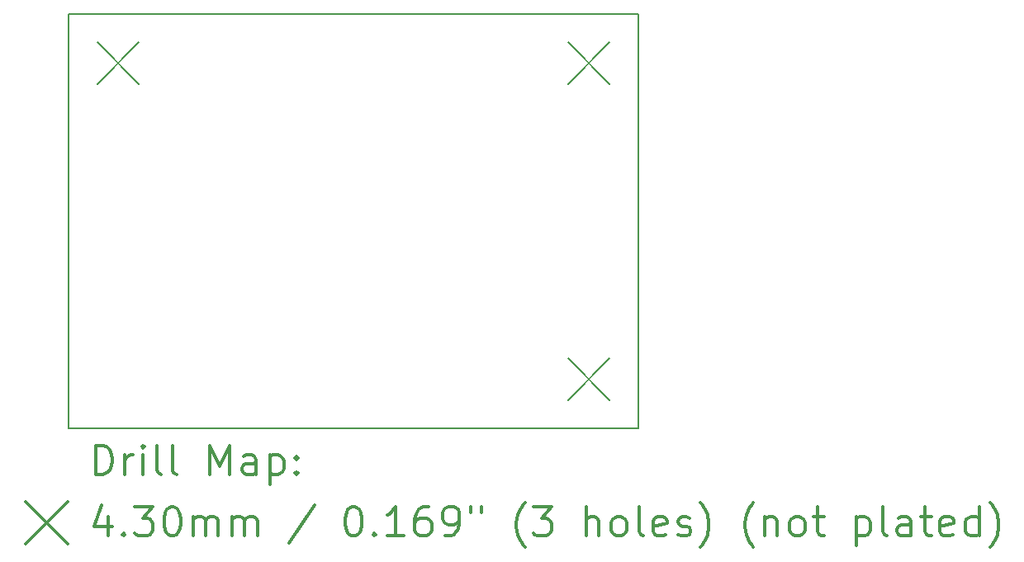
<source format=gbr>
%FSLAX45Y45*%
G04 Gerber Fmt 4.5, Leading zero omitted, Abs format (unit mm)*
G04 Created by KiCad (PCBNEW (5.1.0)-1) date 2019-07-27 13:49:34*
%MOMM*%
%LPD*%
G04 APERTURE LIST*
%ADD10C,0.150000*%
%ADD11C,0.200000*%
%ADD12C,0.300000*%
G04 APERTURE END LIST*
D10*
X14795500Y-6286500D02*
X14795500Y-10541000D01*
X20637500Y-6286500D02*
X14795500Y-6286500D01*
X20637500Y-10541000D02*
X20637500Y-6286500D01*
X14795500Y-10541000D02*
X20637500Y-10541000D01*
D11*
X19914500Y-9818000D02*
X20344500Y-10248000D01*
X20344500Y-9818000D02*
X19914500Y-10248000D01*
X19914500Y-6579500D02*
X20344500Y-7009500D01*
X20344500Y-6579500D02*
X19914500Y-7009500D01*
X15088500Y-6579500D02*
X15518500Y-7009500D01*
X15518500Y-6579500D02*
X15088500Y-7009500D01*
D12*
X15074428Y-11014214D02*
X15074428Y-10714214D01*
X15145857Y-10714214D01*
X15188714Y-10728500D01*
X15217286Y-10757072D01*
X15231571Y-10785643D01*
X15245857Y-10842786D01*
X15245857Y-10885643D01*
X15231571Y-10942786D01*
X15217286Y-10971357D01*
X15188714Y-10999929D01*
X15145857Y-11014214D01*
X15074428Y-11014214D01*
X15374428Y-11014214D02*
X15374428Y-10814214D01*
X15374428Y-10871357D02*
X15388714Y-10842786D01*
X15403000Y-10828500D01*
X15431571Y-10814214D01*
X15460143Y-10814214D01*
X15560143Y-11014214D02*
X15560143Y-10814214D01*
X15560143Y-10714214D02*
X15545857Y-10728500D01*
X15560143Y-10742786D01*
X15574428Y-10728500D01*
X15560143Y-10714214D01*
X15560143Y-10742786D01*
X15745857Y-11014214D02*
X15717286Y-10999929D01*
X15703000Y-10971357D01*
X15703000Y-10714214D01*
X15903000Y-11014214D02*
X15874428Y-10999929D01*
X15860143Y-10971357D01*
X15860143Y-10714214D01*
X16245857Y-11014214D02*
X16245857Y-10714214D01*
X16345857Y-10928500D01*
X16445857Y-10714214D01*
X16445857Y-11014214D01*
X16717286Y-11014214D02*
X16717286Y-10857072D01*
X16703000Y-10828500D01*
X16674428Y-10814214D01*
X16617286Y-10814214D01*
X16588714Y-10828500D01*
X16717286Y-10999929D02*
X16688714Y-11014214D01*
X16617286Y-11014214D01*
X16588714Y-10999929D01*
X16574428Y-10971357D01*
X16574428Y-10942786D01*
X16588714Y-10914214D01*
X16617286Y-10899929D01*
X16688714Y-10899929D01*
X16717286Y-10885643D01*
X16860143Y-10814214D02*
X16860143Y-11114214D01*
X16860143Y-10828500D02*
X16888714Y-10814214D01*
X16945857Y-10814214D01*
X16974428Y-10828500D01*
X16988714Y-10842786D01*
X17003000Y-10871357D01*
X17003000Y-10957072D01*
X16988714Y-10985643D01*
X16974428Y-10999929D01*
X16945857Y-11014214D01*
X16888714Y-11014214D01*
X16860143Y-10999929D01*
X17131571Y-10985643D02*
X17145857Y-10999929D01*
X17131571Y-11014214D01*
X17117286Y-10999929D01*
X17131571Y-10985643D01*
X17131571Y-11014214D01*
X17131571Y-10828500D02*
X17145857Y-10842786D01*
X17131571Y-10857072D01*
X17117286Y-10842786D01*
X17131571Y-10828500D01*
X17131571Y-10857072D01*
X14358000Y-11293500D02*
X14788000Y-11723500D01*
X14788000Y-11293500D02*
X14358000Y-11723500D01*
X15203000Y-11444214D02*
X15203000Y-11644214D01*
X15131571Y-11329929D02*
X15060143Y-11544214D01*
X15245857Y-11544214D01*
X15360143Y-11615643D02*
X15374428Y-11629929D01*
X15360143Y-11644214D01*
X15345857Y-11629929D01*
X15360143Y-11615643D01*
X15360143Y-11644214D01*
X15474428Y-11344214D02*
X15660143Y-11344214D01*
X15560143Y-11458500D01*
X15603000Y-11458500D01*
X15631571Y-11472786D01*
X15645857Y-11487071D01*
X15660143Y-11515643D01*
X15660143Y-11587071D01*
X15645857Y-11615643D01*
X15631571Y-11629929D01*
X15603000Y-11644214D01*
X15517286Y-11644214D01*
X15488714Y-11629929D01*
X15474428Y-11615643D01*
X15845857Y-11344214D02*
X15874428Y-11344214D01*
X15903000Y-11358500D01*
X15917286Y-11372786D01*
X15931571Y-11401357D01*
X15945857Y-11458500D01*
X15945857Y-11529929D01*
X15931571Y-11587071D01*
X15917286Y-11615643D01*
X15903000Y-11629929D01*
X15874428Y-11644214D01*
X15845857Y-11644214D01*
X15817286Y-11629929D01*
X15803000Y-11615643D01*
X15788714Y-11587071D01*
X15774428Y-11529929D01*
X15774428Y-11458500D01*
X15788714Y-11401357D01*
X15803000Y-11372786D01*
X15817286Y-11358500D01*
X15845857Y-11344214D01*
X16074428Y-11644214D02*
X16074428Y-11444214D01*
X16074428Y-11472786D02*
X16088714Y-11458500D01*
X16117286Y-11444214D01*
X16160143Y-11444214D01*
X16188714Y-11458500D01*
X16203000Y-11487071D01*
X16203000Y-11644214D01*
X16203000Y-11487071D02*
X16217286Y-11458500D01*
X16245857Y-11444214D01*
X16288714Y-11444214D01*
X16317286Y-11458500D01*
X16331571Y-11487071D01*
X16331571Y-11644214D01*
X16474428Y-11644214D02*
X16474428Y-11444214D01*
X16474428Y-11472786D02*
X16488714Y-11458500D01*
X16517286Y-11444214D01*
X16560143Y-11444214D01*
X16588714Y-11458500D01*
X16603000Y-11487071D01*
X16603000Y-11644214D01*
X16603000Y-11487071D02*
X16617286Y-11458500D01*
X16645857Y-11444214D01*
X16688714Y-11444214D01*
X16717286Y-11458500D01*
X16731571Y-11487071D01*
X16731571Y-11644214D01*
X17317286Y-11329929D02*
X17060143Y-11715643D01*
X17703000Y-11344214D02*
X17731571Y-11344214D01*
X17760143Y-11358500D01*
X17774428Y-11372786D01*
X17788714Y-11401357D01*
X17803000Y-11458500D01*
X17803000Y-11529929D01*
X17788714Y-11587071D01*
X17774428Y-11615643D01*
X17760143Y-11629929D01*
X17731571Y-11644214D01*
X17703000Y-11644214D01*
X17674428Y-11629929D01*
X17660143Y-11615643D01*
X17645857Y-11587071D01*
X17631571Y-11529929D01*
X17631571Y-11458500D01*
X17645857Y-11401357D01*
X17660143Y-11372786D01*
X17674428Y-11358500D01*
X17703000Y-11344214D01*
X17931571Y-11615643D02*
X17945857Y-11629929D01*
X17931571Y-11644214D01*
X17917286Y-11629929D01*
X17931571Y-11615643D01*
X17931571Y-11644214D01*
X18231571Y-11644214D02*
X18060143Y-11644214D01*
X18145857Y-11644214D02*
X18145857Y-11344214D01*
X18117286Y-11387071D01*
X18088714Y-11415643D01*
X18060143Y-11429929D01*
X18488714Y-11344214D02*
X18431571Y-11344214D01*
X18403000Y-11358500D01*
X18388714Y-11372786D01*
X18360143Y-11415643D01*
X18345857Y-11472786D01*
X18345857Y-11587071D01*
X18360143Y-11615643D01*
X18374428Y-11629929D01*
X18403000Y-11644214D01*
X18460143Y-11644214D01*
X18488714Y-11629929D01*
X18503000Y-11615643D01*
X18517286Y-11587071D01*
X18517286Y-11515643D01*
X18503000Y-11487071D01*
X18488714Y-11472786D01*
X18460143Y-11458500D01*
X18403000Y-11458500D01*
X18374428Y-11472786D01*
X18360143Y-11487071D01*
X18345857Y-11515643D01*
X18660143Y-11644214D02*
X18717286Y-11644214D01*
X18745857Y-11629929D01*
X18760143Y-11615643D01*
X18788714Y-11572786D01*
X18803000Y-11515643D01*
X18803000Y-11401357D01*
X18788714Y-11372786D01*
X18774428Y-11358500D01*
X18745857Y-11344214D01*
X18688714Y-11344214D01*
X18660143Y-11358500D01*
X18645857Y-11372786D01*
X18631571Y-11401357D01*
X18631571Y-11472786D01*
X18645857Y-11501357D01*
X18660143Y-11515643D01*
X18688714Y-11529929D01*
X18745857Y-11529929D01*
X18774428Y-11515643D01*
X18788714Y-11501357D01*
X18803000Y-11472786D01*
X18917286Y-11344214D02*
X18917286Y-11401357D01*
X19031571Y-11344214D02*
X19031571Y-11401357D01*
X19474428Y-11758500D02*
X19460143Y-11744214D01*
X19431571Y-11701357D01*
X19417286Y-11672786D01*
X19403000Y-11629929D01*
X19388714Y-11558500D01*
X19388714Y-11501357D01*
X19403000Y-11429929D01*
X19417286Y-11387071D01*
X19431571Y-11358500D01*
X19460143Y-11315643D01*
X19474428Y-11301357D01*
X19560143Y-11344214D02*
X19745857Y-11344214D01*
X19645857Y-11458500D01*
X19688714Y-11458500D01*
X19717286Y-11472786D01*
X19731571Y-11487071D01*
X19745857Y-11515643D01*
X19745857Y-11587071D01*
X19731571Y-11615643D01*
X19717286Y-11629929D01*
X19688714Y-11644214D01*
X19603000Y-11644214D01*
X19574428Y-11629929D01*
X19560143Y-11615643D01*
X20103000Y-11644214D02*
X20103000Y-11344214D01*
X20231571Y-11644214D02*
X20231571Y-11487071D01*
X20217286Y-11458500D01*
X20188714Y-11444214D01*
X20145857Y-11444214D01*
X20117286Y-11458500D01*
X20103000Y-11472786D01*
X20417286Y-11644214D02*
X20388714Y-11629929D01*
X20374428Y-11615643D01*
X20360143Y-11587071D01*
X20360143Y-11501357D01*
X20374428Y-11472786D01*
X20388714Y-11458500D01*
X20417286Y-11444214D01*
X20460143Y-11444214D01*
X20488714Y-11458500D01*
X20503000Y-11472786D01*
X20517286Y-11501357D01*
X20517286Y-11587071D01*
X20503000Y-11615643D01*
X20488714Y-11629929D01*
X20460143Y-11644214D01*
X20417286Y-11644214D01*
X20688714Y-11644214D02*
X20660143Y-11629929D01*
X20645857Y-11601357D01*
X20645857Y-11344214D01*
X20917286Y-11629929D02*
X20888714Y-11644214D01*
X20831571Y-11644214D01*
X20803000Y-11629929D01*
X20788714Y-11601357D01*
X20788714Y-11487071D01*
X20803000Y-11458500D01*
X20831571Y-11444214D01*
X20888714Y-11444214D01*
X20917286Y-11458500D01*
X20931571Y-11487071D01*
X20931571Y-11515643D01*
X20788714Y-11544214D01*
X21045857Y-11629929D02*
X21074428Y-11644214D01*
X21131571Y-11644214D01*
X21160143Y-11629929D01*
X21174428Y-11601357D01*
X21174428Y-11587071D01*
X21160143Y-11558500D01*
X21131571Y-11544214D01*
X21088714Y-11544214D01*
X21060143Y-11529929D01*
X21045857Y-11501357D01*
X21045857Y-11487071D01*
X21060143Y-11458500D01*
X21088714Y-11444214D01*
X21131571Y-11444214D01*
X21160143Y-11458500D01*
X21274428Y-11758500D02*
X21288714Y-11744214D01*
X21317286Y-11701357D01*
X21331571Y-11672786D01*
X21345857Y-11629929D01*
X21360143Y-11558500D01*
X21360143Y-11501357D01*
X21345857Y-11429929D01*
X21331571Y-11387071D01*
X21317286Y-11358500D01*
X21288714Y-11315643D01*
X21274428Y-11301357D01*
X21817286Y-11758500D02*
X21803000Y-11744214D01*
X21774428Y-11701357D01*
X21760143Y-11672786D01*
X21745857Y-11629929D01*
X21731571Y-11558500D01*
X21731571Y-11501357D01*
X21745857Y-11429929D01*
X21760143Y-11387071D01*
X21774428Y-11358500D01*
X21803000Y-11315643D01*
X21817286Y-11301357D01*
X21931571Y-11444214D02*
X21931571Y-11644214D01*
X21931571Y-11472786D02*
X21945857Y-11458500D01*
X21974428Y-11444214D01*
X22017286Y-11444214D01*
X22045857Y-11458500D01*
X22060143Y-11487071D01*
X22060143Y-11644214D01*
X22245857Y-11644214D02*
X22217286Y-11629929D01*
X22203000Y-11615643D01*
X22188714Y-11587071D01*
X22188714Y-11501357D01*
X22203000Y-11472786D01*
X22217286Y-11458500D01*
X22245857Y-11444214D01*
X22288714Y-11444214D01*
X22317286Y-11458500D01*
X22331571Y-11472786D01*
X22345857Y-11501357D01*
X22345857Y-11587071D01*
X22331571Y-11615643D01*
X22317286Y-11629929D01*
X22288714Y-11644214D01*
X22245857Y-11644214D01*
X22431571Y-11444214D02*
X22545857Y-11444214D01*
X22474428Y-11344214D02*
X22474428Y-11601357D01*
X22488714Y-11629929D01*
X22517286Y-11644214D01*
X22545857Y-11644214D01*
X22874428Y-11444214D02*
X22874428Y-11744214D01*
X22874428Y-11458500D02*
X22903000Y-11444214D01*
X22960143Y-11444214D01*
X22988714Y-11458500D01*
X23003000Y-11472786D01*
X23017286Y-11501357D01*
X23017286Y-11587071D01*
X23003000Y-11615643D01*
X22988714Y-11629929D01*
X22960143Y-11644214D01*
X22903000Y-11644214D01*
X22874428Y-11629929D01*
X23188714Y-11644214D02*
X23160143Y-11629929D01*
X23145857Y-11601357D01*
X23145857Y-11344214D01*
X23431571Y-11644214D02*
X23431571Y-11487071D01*
X23417286Y-11458500D01*
X23388714Y-11444214D01*
X23331571Y-11444214D01*
X23303000Y-11458500D01*
X23431571Y-11629929D02*
X23403000Y-11644214D01*
X23331571Y-11644214D01*
X23303000Y-11629929D01*
X23288714Y-11601357D01*
X23288714Y-11572786D01*
X23303000Y-11544214D01*
X23331571Y-11529929D01*
X23403000Y-11529929D01*
X23431571Y-11515643D01*
X23531571Y-11444214D02*
X23645857Y-11444214D01*
X23574428Y-11344214D02*
X23574428Y-11601357D01*
X23588714Y-11629929D01*
X23617286Y-11644214D01*
X23645857Y-11644214D01*
X23860143Y-11629929D02*
X23831571Y-11644214D01*
X23774428Y-11644214D01*
X23745857Y-11629929D01*
X23731571Y-11601357D01*
X23731571Y-11487071D01*
X23745857Y-11458500D01*
X23774428Y-11444214D01*
X23831571Y-11444214D01*
X23860143Y-11458500D01*
X23874428Y-11487071D01*
X23874428Y-11515643D01*
X23731571Y-11544214D01*
X24131571Y-11644214D02*
X24131571Y-11344214D01*
X24131571Y-11629929D02*
X24103000Y-11644214D01*
X24045857Y-11644214D01*
X24017286Y-11629929D01*
X24003000Y-11615643D01*
X23988714Y-11587071D01*
X23988714Y-11501357D01*
X24003000Y-11472786D01*
X24017286Y-11458500D01*
X24045857Y-11444214D01*
X24103000Y-11444214D01*
X24131571Y-11458500D01*
X24245857Y-11758500D02*
X24260143Y-11744214D01*
X24288714Y-11701357D01*
X24303000Y-11672786D01*
X24317286Y-11629929D01*
X24331571Y-11558500D01*
X24331571Y-11501357D01*
X24317286Y-11429929D01*
X24303000Y-11387071D01*
X24288714Y-11358500D01*
X24260143Y-11315643D01*
X24245857Y-11301357D01*
M02*

</source>
